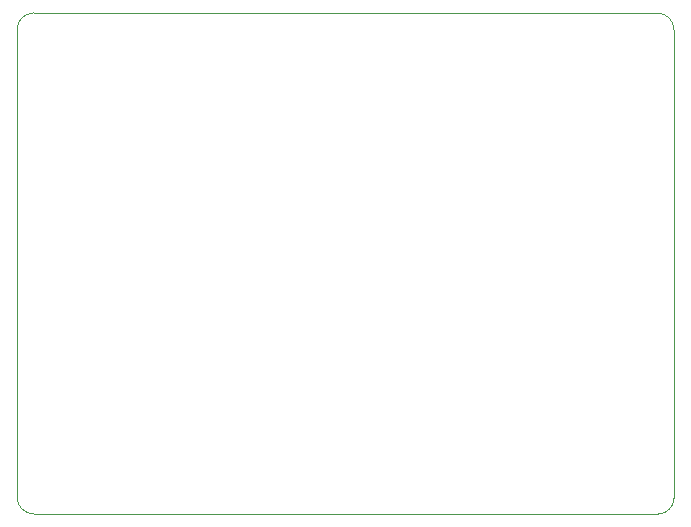
<source format=gbo>
G04*
G04 #@! TF.GenerationSoftware,Altium Limited,Altium Designer,18.1.6 (161)*
G04*
G04 Layer_Color=32896*
%FSAX44Y44*%
%MOMM*%
G71*
G01*
G75*
%ADD13C,0.1000*%
D13*
X01263010Y00603953D02*
G03*
X01276046Y00616990I00000000J00013036D01*
G01*
X01276075Y01013958D02*
G03*
X01262040Y01027993I-00014035J00000000D01*
G01*
X00734000Y01028035D02*
G03*
X00719965Y01014000I00000000J-00014035D01*
G01*
Y00618000D02*
G03*
X00734000Y00603965I00014035J00000000D01*
G01*
X01276035Y00616990D02*
X01276035Y01013958D01*
X00734000Y01027999D02*
X01262040Y01027999D01*
X00734000Y00604001D02*
X01263010Y00604001D01*
X00720000Y00618000D02*
X00720000Y01014000D01*
M02*

</source>
